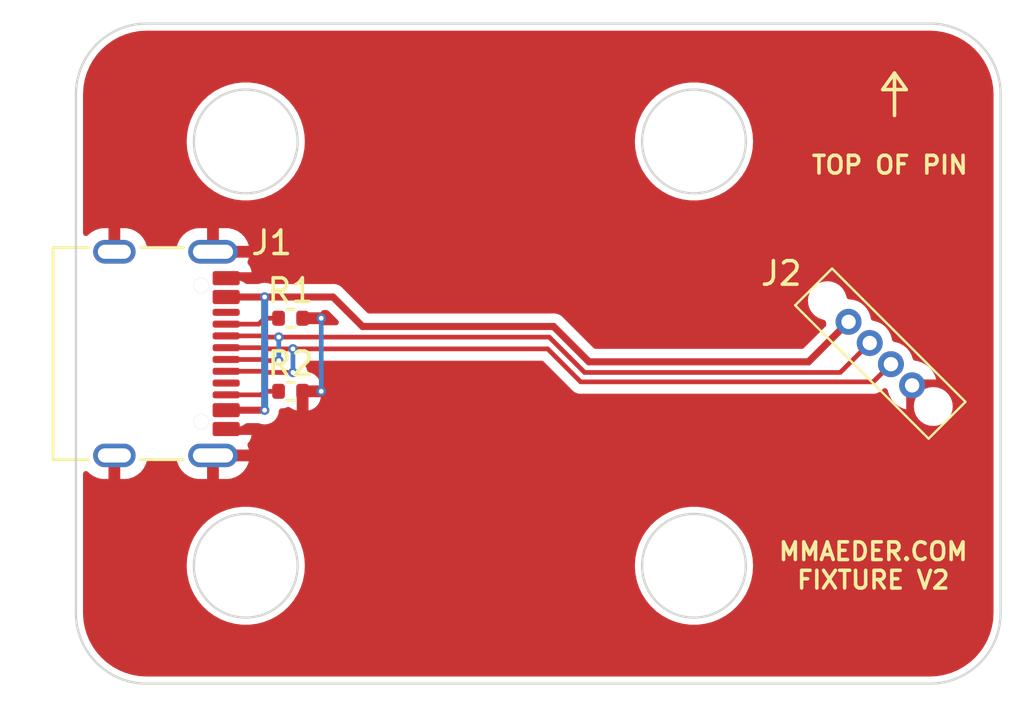
<source format=kicad_pcb>
(kicad_pcb (version 20221018) (generator pcbnew)
  (layers (0 "F.Cu" signal) (31 "B.Cu" signal) (34 "B.Paste" user) (35 "F.Paste" user) (36 "B.SilkS" user "B.Silkscreen") (37 "F.SilkS" user "F.Silkscreen") (38 "B.Mask" user) (39 "F.Mask" user) (44 "Edge.Cuts" user))
  (net 0 "")
  (net 1 "/D+")
  (net 2 "/D-")
  (net 3 "GND")
  (net 4 "VBUS")
  (net 5 "Net-(J1-CC1)")
  (net 7 "Net-(J1-CC2)")
  (footprint "Resistor_SMD:R_0402_1005Metric" (layer "F.Cu") (at 34.9 36.6)
    (fp_text reference "R2" (at 0 -1.17) (layer "F.SilkS"))
    (fp_text value "5K1")
    (fp_line (start -0.153641 -0.38) (end 0.153641 -0.38) (stroke (width 0.12)) (layer "F.SilkS"))
    (fp_line (start -0.153641 0.38) (end 0.153641 0.38) (stroke (width 0.12)) (layer "F.SilkS"))
    (pad "1" smd roundrect (at -0.51 0) (size 0.54 0.64) (layers "F.Cu" "F.Paste" "F.Mask") (net 7 "Net-(J1-CC2)"))
    (pad "2" smd roundrect (at 0.51 0) (size 0.54 0.64) (layers "F.Cu" "F.Paste" "F.Mask") (net 3 "GND"))
  )
  (footprint "usbc:USB-SMD_GT-USB-7010AN" (layer "F.Cu") (at 29.8 35 -90)
    (fp_text reference "J1" (at -4.7 -4.3) (layer "F.SilkS"))
    (fp_text value "GT-USB-7010AN")
    (fp_line (start -4.5 -0.55) (end -4.5 1.26) (stroke (width 0.12)) (layer "F.SilkS"))
    (fp_line (start -4.5 3.48) (end -4.5 4.97) (stroke (width 0.12)) (layer "F.SilkS"))
    (fp_line (start -4.5 4.97) (end 4.5 4.97) (stroke (width 0.12)) (layer "F.SilkS"))
    (fp_line (start 4.5 1.26) (end 4.5 -0.55) (stroke (width 0.12)) (layer "F.SilkS"))
    (fp_line (start 4.5 4.97) (end 4.5 3.48) (stroke (width 0.12)) (layer "F.SilkS"))
    (fp_circle (center -2.89 -1.31) (end -2.565 -1.31) (stroke (width 0.01)) (fill none) (layer "Edge.Cuts"))
    (fp_circle (center 2.89 -1.31) (end 3.215 -1.31) (stroke (width 0.01)) (fill none) (layer "Edge.Cuts"))
    (pad "A1" smd roundrect (at -3.2 -2.37 270) (size 0.6 1.15) (layers "F.Cu" "F.Paste" "F.Mask") (roundrect_rratio 0.1666666667) (net 3 "GND"))
    (pad "A4" smd roundrect (at -2.4 -2.37 270) (size 0.6 1.15) (layers "F.Cu" "F.Paste" "F.Mask") (roundrect_rratio 0.1666666667) (net 4 "VBUS"))
    (pad "A5" smd roundrect (at -1.25 -2.37 270) (size 0.3 1.15) (layers "F.Cu" "F.Paste" "F.Mask") (roundrect_rratio 0.3333333333) (net 5 "Net-(J1-CC1)"))
    (pad "A6" smd roundrect (at -0.25 -2.37 270) (size 0.3 1.15) (layers "F.Cu" "F.Paste" "F.Mask") (roundrect_rratio 0.3333333333) (net 1 "/D+"))
    (pad "A7" smd roundrect (at 0.25 -2.37 270) (size 0.3 1.15) (layers "F.Cu" "F.Paste" "F.Mask") (roundrect_rratio 0.3333333333) (net 2 "/D-"))
    (pad "A8" smd roundrect (at 1.25 -2.37 270) (size 0.3 1.15) (layers "F.Cu" "F.Paste" "F.Mask") (roundrect_rratio 0.3333333333))
    (pad "A9" smd roundrect (at 2.4 -2.37 270) (size 0.6 1.15) (layers "F.Cu" "F.Paste" "F.Mask") (roundrect_rratio 0.1666666667) (net 4 "VBUS"))
    (pad "A12" smd roundrect (at 3.2 -2.37 270) (size 0.6 1.15) (layers "F.Cu" "F.Paste" "F.Mask") (roundrect_rratio 0.1666666667) (net 3 "GND"))
    (pad "B5" smd roundrect (at 1.75 -2.37 270) (size 0.3 1.15) (layers "F.Cu" "F.Paste" "F.Mask") (roundrect_rratio 0.3333333333) (net 7 "Net-(J1-CC2)"))
    (pad "B6" smd roundrect (at 0.75 -2.37 270) (size 0.3 1.15) (layers "F.Cu" "F.Paste" "F.Mask") (roundrect_rratio 0.3333333333) (net 1 "/D+"))
    (pad "B7" smd roundrect (at -0.75 -2.37 270) (size 0.3 1.15) (layers "F.Cu" "F.Paste" "F.Mask") (roundrect_rratio 0.3333333333) (net 2 "/D-"))
    (pad "B8" smd roundrect (at -1.75 -2.37 270) (size 0.3 1.15) (layers "F.Cu" "F.Paste" "F.Mask") (roundrect_rratio 0.3333333333))
    (pad "S1" thru_hole oval (at -4.32 -1.81 270) (size 1 2.1) (drill oval 0.599999 1.699997) (layers "*.Cu" "*.Mask") (net 3 "GND"))
    (pad "S1" thru_hole oval (at -4.32 2.37 270) (size 1 1.8) (drill oval 0.599999 1.399997) (layers "*.Cu" "*.Mask") (net 3 "GND"))
    (pad "S1" thru_hole oval (at 4.32 -1.81 270) (size 1 2.1) (drill oval 0.599999 1.700022) (layers "*.Cu" "*.Mask") (net 3 "GND"))
    (pad "S1" thru_hole oval (at 4.32 2.37 270) (size 1 1.8) (drill oval 0.599999 1.399997) (layers "*.Cu" "*.Mask") (net 3 "GND"))
    (zone (net 0) (net_name "") (layer "F.Cu") (connect_pads (clearance 0)) (min_thickness 0.25)
      (keepout (tracks allowed) (vias allowed) (pads allowed) (copperpour not_allowed) (footprints allowed))
      (fill (thermal_gap 0.5) (thermal_bridge_width 0.5))
      (polygon (pts (xy 24.83 39.5) (xy 32.05 39.5) (xy 32.05 30.5) (xy 24.83 30.5)))
    )
  )
  (footprint "Resistor_SMD:R_0402_1005Metric" (layer "F.Cu") (at 34.9 33.5)
    (fp_text reference "R1" (at 0 -1.17) (layer "F.SilkS"))
    (fp_text value "5K1")
    (fp_line (start -0.153641 -0.38) (end 0.153641 -0.38) (stroke (width 0.12)) (layer "F.SilkS"))
    (fp_line (start -0.153641 0.38) (end 0.153641 0.38) (stroke (width 0.12)) (layer "F.SilkS"))
    (pad "1" smd roundrect (at -0.51 0) (size 0.54 0.64) (layers "F.Cu" "F.Paste" "F.Mask") (net 5 "Net-(J1-CC1)"))
    (pad "2" smd roundrect (at 0.51 0) (size 0.54 0.64) (layers "F.Cu" "F.Paste" "F.Mask") (net 3 "GND"))
  )
  (footprint "spring-conn:854-22-004-10-001101" (layer "F.Cu") (at 59.9 35 -45)
    (fp_text reference "J2" (at -5.374012 0.565685 unlocked) (layer "F.SilkS"))
    (fp_text value "Conn_01x04_Pin")
    (fp_line (start -4 -1.105) (end 4 -1.105) (stroke (width 0.1)) (layer "F.SilkS"))
    (fp_line (start -4 1.105) (end -4 -1.105) (stroke (width 0.1)) (layer "F.SilkS"))
    (fp_line (start 4 -1.105) (end 4 1.105) (stroke (width 0.1)) (layer "F.SilkS"))
    (fp_line (start 4 1.105) (end -4 1.105) (stroke (width 0.1)) (layer "F.SilkS"))
    (pad "" np_thru_hole circle (at -3.175 0 315) (size 1.24 1.24) (drill 1.24) (layers "*.Cu" "*.Mask"))
    (pad "" np_thru_hole circle (at 3.175 0 315) (size 1.24 1.24) (drill 1.24) (layers "*.Cu" "*.Mask"))
    (pad "1" thru_hole circle (at -1.905 0 315) (size 1.1 1.1) (drill 0.61) (layers "*.Cu" "*.Mask") (net 4 "VBUS"))
    (pad "2" thru_hole circle (at -0.635 0 315) (size 1.1 1.1) (drill 0.61) (layers "*.Cu" "*.Mask") (net 2 "/D-"))
    (pad "3" thru_hole circle (at 0.635 0 315) (size 1.1 1.1) (drill 0.61) (layers "*.Cu" "*.Mask") (net 1 "/D+"))
    (pad "4" thru_hole circle (at 1.905 0 315) (size 1.1 1.1) (drill 0.61) (layers "*.Cu" "*.Mask") (net 3 "GND"))
  )
  (gr_line (start 60 23.8) (end 61 23.8) (stroke (width 0.15)) (layer "F.SilkS"))
  (gr_line (start 60.5 23.1) (end 60 23.8) (stroke (width 0.15)) (layer "F.SilkS"))
  (gr_line (start 60.5 24.9) (end 60.5 23.1) (stroke (width 0.15)) (layer "F.SilkS"))
  (gr_line (start 61 23.8) (end 60.5 23.1) (stroke (width 0.15)) (layer "F.SilkS"))
  (gr_arc (start 65 46) (mid 64.12132 48.12132) (end 62 49) (stroke (width 0.1)) (layer "Edge.Cuts"))
  (gr_arc (start 28.8 49) (mid 26.67868 48.12132) (end 25.8 46) (stroke (width 0.1)) (layer "Edge.Cuts"))
  (gr_arc (start 25.8 24) (mid 26.67868 21.87868) (end 28.8 21) (stroke (width 0.1)) (layer "Edge.Cuts"))
  (gr_circle (center 33 44) (end 35.2 44) (stroke (width 0.1)) (fill none) (layer "Edge.Cuts"))
  (gr_circle (center 33 26) (end 35.2 26) (stroke (width 0.1)) (fill none) (layer "Edge.Cuts"))
  (gr_line (start 65 24) (end 65 46) (stroke (width 0.1)) (layer "Edge.Cuts"))
  (gr_line (start 62 49) (end 28.8 49) (stroke (width 0.1)) (layer "Edge.Cuts"))
  (gr_line (start 28.8 21) (end 62 21) (stroke (width 0.1)) (layer "Edge.Cuts"))
  (gr_circle (center 52 44) (end 54.2 44) (stroke (width 0.1)) (fill none) (layer "Edge.Cuts"))
  (gr_circle (center 52 26) (end 54.2 26) (stroke (width 0.1)) (fill none) (layer "Edge.Cuts"))
  (gr_line (start 25.8 46) (end 25.8 24) (stroke (width 0.1)) (layer "Edge.Cuts"))
  (gr_arc (start 62 21) (mid 64.12132 21.87868) (end 65 24) (stroke (width 0.1)) (layer "Edge.Cuts"))
  (gr_text "TOP OF PIN" (at 60.3 27) (layer "F.SilkS") (effects (font (size 0.75 0.75) (thickness 0.15) bold)))
  (gr_text "MMAEDER.COM\nFIXTURE V2" (at 59.6 44) (layer "F.SilkS") (effects (font (size 0.75 0.75) (thickness 0.15) bold)))
  (segment (start 32.17 35.75) (end 33.75 35.75) (width 0.2) (layer "F.Cu") (net 1))
  (segment (start 47.197918 36.2) (end 59.598026 36.2) (width 0.2) (layer "F.Cu") (net 1))
  (segment (start 59.598026 36.2) (end 60.349013 35.449013) (width 0.2) (layer "F.Cu") (net 1))
  (segment (start 33.75 34.75) (end 33.8 34.8) (width 0.2) (layer "F.Cu") (net 1))
  (segment (start 33.8 34.8) (end 35 34.8) (width 0.2) (layer "F.Cu") (net 1))
  (segment (start 35 34.8) (end 45.797918 34.8) (width 0.2) (layer "F.Cu") (net 1))
  (segment (start 33.75 35.75) (end 33.8 35.8) (width 0.2) (layer "F.Cu") (net 1))
  (segment (start 32.17 34.75) (end 33.75 34.75) (width 0.2) (layer "F.Cu") (net 1))
  (segment (start 45.797918 34.8) (end 47.197918 36.2) (width 0.2) (layer "F.Cu") (net 1))
  (segment (start 33.8 35.8) (end 35 35.8) (width 0.2) (layer "F.Cu") (net 1))
  (via (at 35 35.8) (size 0.4) (drill 0.2) (layers "F.Cu" "B.Cu") (net 1))
  (via (at 35 34.8) (size 0.4) (drill 0.2) (layers "F.Cu" "B.Cu") (net 1))
  (segment (start 35 34.8) (end 35 35.8) (width 0.2) (layer "B.Cu") (net 1))
  (segment (start 33.8 34.3) (end 34.4 34.3) (width 0.2) (layer "F.Cu") (net 2))
  (segment (start 34.4 35.3) (end 33.8 35.3) (width 0.2) (layer "F.Cu") (net 2))
  (segment (start 34.4 34.3) (end 45.863604 34.3) (width 0.2) (layer "F.Cu") (net 2))
  (segment (start 47.363604 35.8) (end 58.201974 35.8) (width 0.2) (layer "F.Cu") (net 2))
  (segment (start 58.201974 35.8) (end 59.450987 34.550987) (width 0.2) (layer "F.Cu") (net 2))
  (segment (start 33.75 34.25) (end 33.8 34.3) (width 0.2) (layer "F.Cu") (net 2))
  (segment (start 33.8 35.3) (end 33.75 35.25) (width 0.2) (layer "F.Cu") (net 2))
  (segment (start 32.17 34.25) (end 33.75 34.25) (width 0.2) (layer "F.Cu") (net 2))
  (segment (start 33.75 35.25) (end 32.17 35.25) (width 0.2) (layer "F.Cu") (net 2))
  (segment (start 45.863604 34.3) (end 47.363604 35.8) (width 0.2) (layer "F.Cu") (net 2))
  (via (at 34.4 34.3) (size 0.4) (drill 0.2) (layers "F.Cu" "B.Cu") (net 2))
  (via (at 34.4 35.3) (size 0.4) (drill 0.2) (layers "F.Cu" "B.Cu") (net 2))
  (segment (start 34.4 34.3) (end 34.4 35.3) (width 0.2) (layer "B.Cu") (net 2))
  (segment (start 35.41 33.5) (end 36.2 33.5) (width 0.2) (layer "F.Cu") (net 3))
  (via (at 36.2 36.6) (size 0.4) (drill 0.2) (layers "F.Cu" "B.Cu") (net 3))
  (via (at 36.2 33.5) (size 0.4) (drill 0.2) (layers "F.Cu" "B.Cu") (net 3))
  (segment (start 36.2 33.5) (end 36.2 36.6) (width 0.2) (layer "B.Cu") (net 3))
  (segment (start 46.05 33.85) (end 37.95 33.85) (width 0.3) (layer "F.Cu") (net 4))
  (segment (start 33.8 32.6) (end 32.17 32.6) (width 0.3) (layer "F.Cu") (net 4))
  (segment (start 36.7 32.6) (end 33.8 32.6) (width 0.3) (layer "F.Cu") (net 4))
  (segment (start 58.552962 33.652962) (end 56.855924 35.35) (width 0.3) (layer "F.Cu") (net 4))
  (segment (start 56.855924 35.35) (end 47.55 35.35) (width 0.3) (layer "F.Cu") (net 4))
  (segment (start 37.95 33.85) (end 36.7 32.6) (width 0.3) (layer "F.Cu") (net 4))
  (segment (start 32.17 37.4) (end 33.8 37.4) (width 0.3) (layer "F.Cu") (net 4))
  (segment (start 47.55 35.35) (end 46.05 33.85) (width 0.3) (layer "F.Cu") (net 4))
  (via (at 33.8 37.4) (size 0.4) (drill 0.2) (layers "F.Cu" "B.Cu") (net 4))
  (via (at 33.8 32.6) (size 0.4) (drill 0.2) (layers "F.Cu" "B.Cu") (net 4))
  (segment (start 33.8 37.4) (end 33.8 32.6) (width 0.3) (layer "B.Cu") (net 4))
  (segment (start 33.8 33.5) (end 34.39 33.5) (width 0.2) (layer "F.Cu") (net 5))
  (segment (start 33.55 33.75) (end 33.8 33.5) (width 0.2) (layer "F.Cu") (net 5))
  (segment (start 32.17 33.75) (end 33.55 33.75) (width 0.2) (layer "F.Cu") (net 5))
  (segment (start 33.8 36.6) (end 34.39 36.6) (width 0.2) (layer "F.Cu") (net 7))
  (segment (start 32.17 36.75) (end 33.65 36.75) (width 0.2) (layer "F.Cu") (net 7))
  (segment (start 33.65 36.75) (end 33.8 36.6) (width 0.2) (layer "F.Cu") (net 7))
  (zone (net 3) (net_name "GND") (layer "F.Cu") (connect_pads (clearance 0.4)) (min_thickness 0.25) (fill yes (thermal_gap 0.5) (thermal_bridge_width 0.5))
    (polygon (pts (xy 25 20) (xy 25 50) (xy 66 50) (xy 66 20)))
  )
)
</source>
